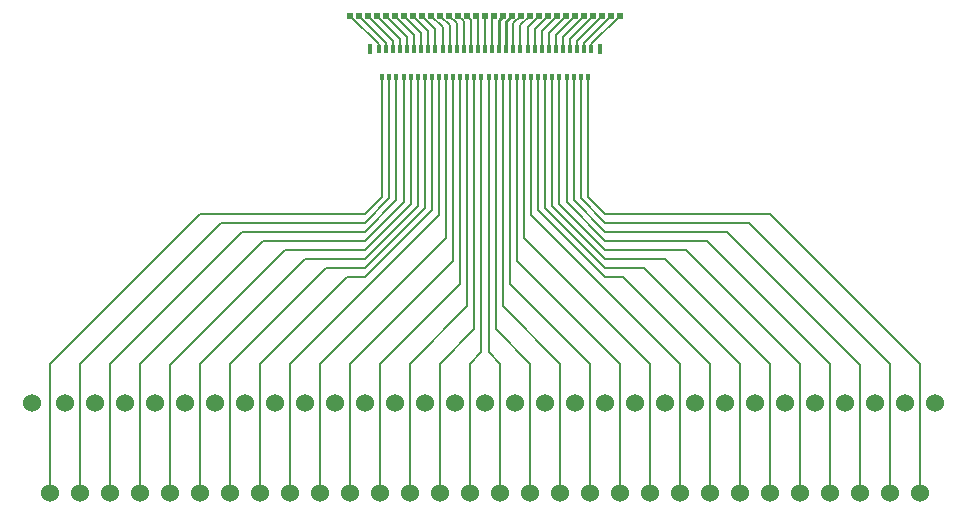
<source format=gtl>
G04 Layer: TopLayer*
G04 EasyEDA v6.4.25, 2022-01-05T11:28:27--8:00*
G04 5b7509a3f8b64266bac100f98fe07f5d,73dcd3fe52254aa693cf92493c1ebcf7,10*
G04 Gerber Generator version 0.2*
G04 Scale: 100 percent, Rotated: No, Reflected: No *
G04 Dimensions in inches *
G04 leading zeros omitted , absolute positions ,3 integer and 6 decimal *
%FSLAX36Y36*%
%MOIN*%

%ADD10C,0.0100*%
%ADD11C,0.0080*%
%ADD12C,0.0240*%
%ADD13R,0.0118X0.0315*%
%ADD14R,0.0118X0.0236*%
%ADD15R,0.0158X0.0374*%
%ADD16C,0.0600*%

%LPD*%
D11*
X1990000Y1760001D02*
G01*
X1990000Y1650001D01*
X2020000Y1760001D02*
G01*
X2013617Y1753622D01*
X2013617Y1650001D01*
X1960000Y1760001D02*
G01*
X1966382Y1753622D01*
X1966382Y1650001D01*
X1930000Y1760001D02*
G01*
X1942758Y1747242D01*
X1942758Y1650001D01*
X1900000Y1760001D02*
G01*
X1919130Y1740870D01*
X1919130Y1650001D01*
X1895507Y1650001D02*
G01*
X1895507Y1734490D01*
X1870000Y1760001D01*
X1840000Y1760001D02*
G01*
X1871890Y1728110D01*
X1871890Y1650001D01*
X1848271Y1650001D02*
G01*
X1848271Y1721732D01*
X1810000Y1760001D01*
X1780000Y1760001D02*
G01*
X1824647Y1715349D01*
X1824647Y1650001D01*
X1750000Y1760001D02*
G01*
X1801021Y1708980D01*
X1801021Y1650001D01*
X1777402Y1650001D02*
G01*
X1777402Y1702600D01*
X1720000Y1760001D01*
X1690000Y1760001D02*
G01*
X1753779Y1696221D01*
X1753779Y1650001D01*
X1660000Y1760001D02*
G01*
X1730160Y1689839D01*
X1730160Y1650001D01*
X1630000Y1760001D02*
G01*
X1706538Y1683460D01*
X1706538Y1650001D01*
X1600000Y1760001D02*
G01*
X1682910Y1677091D01*
X1682910Y1650001D01*
X1659291Y1650001D02*
G01*
X1659291Y1670711D01*
X1570000Y1760001D01*
X1635668Y1650001D02*
G01*
X1635668Y1664331D01*
X1540000Y1760001D01*
D10*
X2050000Y1760001D02*
G01*
X2037241Y1747242D01*
X2037241Y1650001D01*
X2080000Y1760001D02*
G01*
X2060869Y1740870D01*
X2060869Y1650001D01*
D11*
X2110000Y1760001D02*
G01*
X2084492Y1734490D01*
X2084492Y1650001D01*
X2140000Y1760001D02*
G01*
X2108109Y1728110D01*
X2108109Y1650001D01*
X2170000Y1760001D02*
G01*
X2131728Y1721732D01*
X2131728Y1650001D01*
X2200000Y1760001D02*
G01*
X2155352Y1715349D01*
X2155352Y1650001D01*
X2230000Y1760001D02*
G01*
X2178978Y1708980D01*
X2178978Y1650001D01*
X2260000Y1760001D02*
G01*
X2202597Y1702600D01*
X2202597Y1650001D01*
X2226220Y1650001D02*
G01*
X2226220Y1696221D01*
X2290000Y1760001D01*
X2320000Y1760001D02*
G01*
X2249839Y1689839D01*
X2249839Y1650001D01*
X2273461Y1650001D02*
G01*
X2273461Y1683460D01*
X2350000Y1760001D01*
X2380000Y1760001D02*
G01*
X2297089Y1677091D01*
X2297089Y1650001D01*
X2320708Y1650001D02*
G01*
X2320708Y1670711D01*
X2410000Y1760001D01*
X2344331Y1650001D02*
G01*
X2344331Y1664331D01*
X2440000Y1760001D01*
X2332520Y1556689D02*
G01*
X2332520Y1157480D01*
X2390000Y1100001D01*
X2940000Y1100001D01*
X3440000Y600001D01*
X3440000Y170001D01*
X2308900Y1556689D02*
G01*
X2308900Y1151102D01*
X2390000Y1070001D01*
X2870000Y1070001D01*
X3340000Y600001D01*
X3340000Y170001D01*
X2285268Y1556689D02*
G01*
X2285268Y1144729D01*
X2390000Y1040001D01*
X2796646Y1040001D01*
X3240000Y596649D01*
X3240000Y170001D01*
X2261649Y1556689D02*
G01*
X2261649Y1138350D01*
X2390000Y1010001D01*
X2730000Y1010001D01*
X3140000Y600001D01*
X3140000Y170001D01*
X2238032Y1556689D02*
G01*
X2238032Y1131970D01*
X2390000Y980001D01*
X2660000Y980001D01*
X3040000Y600001D01*
X3040000Y170001D01*
X2214408Y1556689D02*
G01*
X2214408Y1125592D01*
X2390000Y950001D01*
X2590000Y950001D01*
X2940000Y600001D01*
X2940000Y170001D01*
X2190790Y1556689D02*
G01*
X2190790Y1119209D01*
X2390000Y920001D01*
X2520000Y920001D01*
X2840000Y600001D01*
X2840000Y170001D01*
X2167157Y1556689D02*
G01*
X2167157Y1112840D01*
X2390000Y890001D01*
X2450000Y890001D01*
X2740000Y600001D01*
X2740000Y170001D01*
X2096298Y1556689D02*
G01*
X2096298Y943701D01*
X2440000Y600001D01*
X2440000Y170001D01*
X2072681Y1556689D02*
G01*
X2072681Y867319D01*
X2340000Y600001D01*
X2340000Y170001D01*
X2049058Y1556689D02*
G01*
X2049058Y790940D01*
X2240000Y600001D01*
X2240000Y170001D01*
X2025429Y1556689D02*
G01*
X2025429Y714571D01*
X2140000Y600001D01*
X2140000Y170001D01*
X2119921Y1556689D02*
G01*
X2119921Y1020082D01*
X2540000Y600001D01*
X2540000Y170001D01*
X2143540Y1556689D02*
G01*
X2143540Y1096460D01*
X2640000Y600001D01*
X2640000Y170001D01*
X1978188Y1556689D02*
G01*
X1978188Y638191D01*
X1940000Y600001D01*
X1940000Y170001D01*
X1954570Y1556689D02*
G01*
X1954570Y714571D01*
X1840000Y600001D01*
X1840000Y170001D01*
X1930941Y1556689D02*
G01*
X1930941Y790940D01*
X1740000Y600001D01*
X1740000Y170001D01*
X1907318Y1556689D02*
G01*
X1907318Y867319D01*
X1640000Y600001D01*
X1640000Y170001D01*
X1883701Y1556689D02*
G01*
X1883701Y943701D01*
X1540000Y600001D01*
X1540000Y170001D01*
X1860078Y1556689D02*
G01*
X1860078Y1020082D01*
X1440000Y600001D01*
X1440000Y170001D01*
X1836459Y1556689D02*
G01*
X1836459Y1096460D01*
X1340000Y600001D01*
X1340000Y170001D01*
X1812842Y1556689D02*
G01*
X1812842Y1112840D01*
X1590000Y890001D01*
X1530000Y890001D01*
X1240000Y600001D01*
X1240000Y170001D01*
X1765591Y1556689D02*
G01*
X1765591Y1125592D01*
X1590000Y950001D01*
X1390000Y950001D01*
X1040000Y600001D01*
X1040000Y170001D01*
X1741967Y1556689D02*
G01*
X1741967Y1131970D01*
X1590000Y980001D01*
X1323500Y980001D01*
X940000Y596500D01*
X940000Y170001D01*
X1718350Y1556689D02*
G01*
X1718350Y1138350D01*
X1590000Y1010001D01*
X1250000Y1010001D01*
X840000Y600001D01*
X840000Y170001D01*
X1694731Y1556689D02*
G01*
X1694731Y1144729D01*
X1590000Y1040001D01*
X1180000Y1040001D01*
X740000Y600001D01*
X740000Y170001D01*
X1671099Y1556689D02*
G01*
X1671099Y1151102D01*
X1590000Y1070001D01*
X1110000Y1070001D01*
X640000Y600001D01*
X640000Y170001D01*
X1647479Y1556689D02*
G01*
X1647479Y1157480D01*
X1590000Y1100001D01*
X1040000Y1100001D01*
X540000Y600001D01*
X540000Y170001D01*
X2001812Y1556689D02*
G01*
X2001812Y638191D01*
X2040000Y600001D01*
X2040000Y170001D01*
X1789209Y1556689D02*
G01*
X1789209Y1119209D01*
X1590000Y920001D01*
X1460000Y920001D01*
X1140000Y600001D01*
X1140000Y170001D01*
D13*
G01*
X2344330Y1650001D03*
D14*
G01*
X2332520Y1556691D03*
D13*
G01*
X2320709Y1650001D03*
D14*
G01*
X2308900Y1556691D03*
D13*
G01*
X2297089Y1650001D03*
D14*
G01*
X2285270Y1556691D03*
D13*
G01*
X2273459Y1650001D03*
D14*
G01*
X2261649Y1556691D03*
D13*
G01*
X2249840Y1650001D03*
D14*
G01*
X2238029Y1556691D03*
D13*
G01*
X2226220Y1650001D03*
D14*
G01*
X2214409Y1556691D03*
D13*
G01*
X2202600Y1650001D03*
D14*
G01*
X2190789Y1556691D03*
D13*
G01*
X2178980Y1650001D03*
D14*
G01*
X2167160Y1556691D03*
D13*
G01*
X2155349Y1650001D03*
D14*
G01*
X2143540Y1556691D03*
D13*
G01*
X2131729Y1650001D03*
D14*
G01*
X2119920Y1556691D03*
D13*
G01*
X2108109Y1650001D03*
D14*
G01*
X2096300Y1556691D03*
D13*
G01*
X2084489Y1650001D03*
D14*
G01*
X2072680Y1556691D03*
D13*
G01*
X2060870Y1650001D03*
D14*
G01*
X2049059Y1556691D03*
D13*
G01*
X2037240Y1650001D03*
D14*
G01*
X2025429Y1556691D03*
D13*
G01*
X2013620Y1650001D03*
D14*
G01*
X2001809Y1556691D03*
D13*
G01*
X1990000Y1650001D03*
D14*
G01*
X1978190Y1556691D03*
D13*
G01*
X1966379Y1650001D03*
D14*
G01*
X1954570Y1556691D03*
D13*
G01*
X1942759Y1650001D03*
D14*
G01*
X1930940Y1556691D03*
D13*
G01*
X1919129Y1650001D03*
D14*
G01*
X1907319Y1556691D03*
D13*
G01*
X1895510Y1650001D03*
D14*
G01*
X1883699Y1556691D03*
D13*
G01*
X1871890Y1650001D03*
D14*
G01*
X1860079Y1556691D03*
D13*
G01*
X1848270Y1650001D03*
D14*
G01*
X1836459Y1556691D03*
D13*
G01*
X1824650Y1650001D03*
D14*
G01*
X1812839Y1556691D03*
D13*
G01*
X1801019Y1650001D03*
D14*
G01*
X1789210Y1556691D03*
D13*
G01*
X1777399Y1650001D03*
D14*
G01*
X1765590Y1556691D03*
D13*
G01*
X1753779Y1650001D03*
D14*
G01*
X1741970Y1556691D03*
D13*
G01*
X1730159Y1650001D03*
D14*
G01*
X1718350Y1556691D03*
D13*
G01*
X1706540Y1650001D03*
D14*
G01*
X1694729Y1556691D03*
D13*
G01*
X1682910Y1650001D03*
D14*
G01*
X1671099Y1556691D03*
D13*
G01*
X1659290Y1650001D03*
D14*
G01*
X1647479Y1556691D03*
D13*
G01*
X1635670Y1650001D03*
D15*
G01*
X2373270Y1648231D03*
G01*
X1606729Y1648231D03*
D16*
G01*
X2090000Y470001D03*
G01*
X1990000Y470001D03*
G01*
X2190000Y470001D03*
G01*
X2290000Y470001D03*
G01*
X2390000Y470001D03*
G01*
X2490000Y470001D03*
G01*
X2590000Y470001D03*
G01*
X2690000Y470001D03*
G01*
X2790000Y470001D03*
G01*
X2890000Y470001D03*
G01*
X2990000Y470001D03*
G01*
X3090000Y470001D03*
G01*
X3190000Y470001D03*
G01*
X3290000Y470001D03*
G01*
X3390000Y470001D03*
G01*
X3490000Y470001D03*
G01*
X1890000Y470001D03*
G01*
X1790000Y470001D03*
G01*
X1690000Y470001D03*
G01*
X1590000Y470001D03*
G01*
X1490000Y470001D03*
G01*
X1390000Y470001D03*
G01*
X1290000Y470001D03*
G01*
X1190000Y470001D03*
G01*
X1090000Y470001D03*
G01*
X990000Y470001D03*
G01*
X890000Y470001D03*
G01*
X790000Y470001D03*
G01*
X690000Y470001D03*
G01*
X590000Y470001D03*
G01*
X540000Y170001D03*
G01*
X640000Y170001D03*
G01*
X740000Y170001D03*
G01*
X840000Y170001D03*
G01*
X940000Y170001D03*
G01*
X1040000Y170001D03*
G01*
X1140000Y170001D03*
G01*
X1240000Y170001D03*
G01*
X1340000Y170001D03*
G01*
X1440000Y170001D03*
G01*
X1540000Y170001D03*
G01*
X1640000Y170001D03*
G01*
X1740000Y170001D03*
G01*
X1840000Y170001D03*
G01*
X1940000Y170001D03*
G01*
X2040000Y170001D03*
G01*
X2140000Y170001D03*
G01*
X2240000Y170001D03*
G01*
X2340000Y170001D03*
G01*
X2440000Y170001D03*
G01*
X2540000Y170001D03*
G01*
X2640000Y170001D03*
G01*
X2740000Y170001D03*
G01*
X2840000Y170001D03*
G01*
X2940000Y170001D03*
G01*
X3040000Y170001D03*
G01*
X3140000Y170001D03*
G01*
X3240000Y170001D03*
G01*
X3340000Y170001D03*
G01*
X3440000Y170001D03*
G01*
X480000Y470001D03*
D12*
G01*
X1990000Y1759998D03*
G01*
X2020000Y1759998D03*
G01*
X2050000Y1759998D03*
G01*
X2080000Y1759998D03*
G01*
X2110000Y1759998D03*
G01*
X2140000Y1759998D03*
G01*
X2170000Y1759998D03*
G01*
X2200000Y1759998D03*
G01*
X2230000Y1759998D03*
G01*
X2260000Y1759998D03*
G01*
X2290000Y1759998D03*
G01*
X2320000Y1759998D03*
G01*
X2350000Y1759998D03*
G01*
X2380000Y1759998D03*
G01*
X2410000Y1759998D03*
G01*
X2440000Y1759998D03*
G01*
X1960000Y1759998D03*
G01*
X1930000Y1759998D03*
G01*
X1900000Y1759998D03*
G01*
X1870000Y1759998D03*
G01*
X1840000Y1759998D03*
G01*
X1810000Y1759998D03*
G01*
X1780000Y1759998D03*
G01*
X1750000Y1759998D03*
G01*
X1720000Y1759998D03*
G01*
X1690000Y1759998D03*
G01*
X1660000Y1759998D03*
G01*
X1630000Y1759998D03*
G01*
X1600000Y1759998D03*
G01*
X1570000Y1759998D03*
G01*
X1540000Y1759998D03*
M02*

</source>
